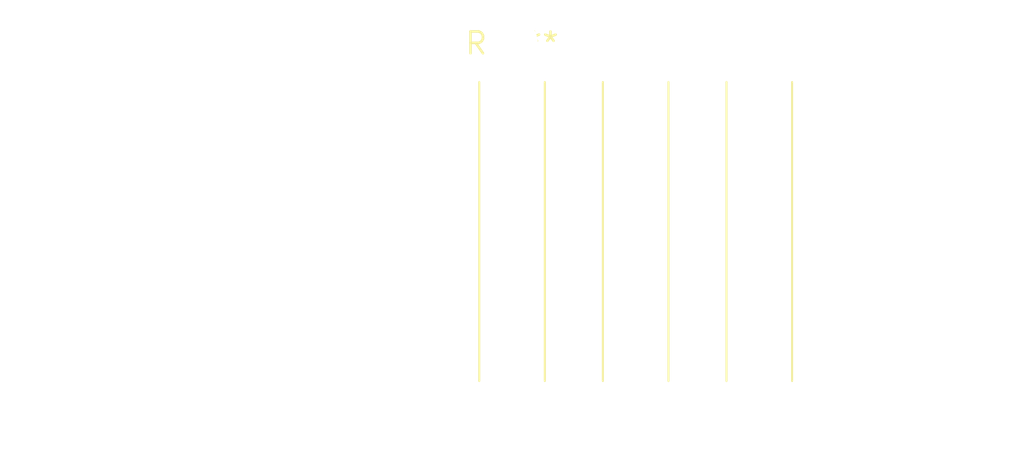
<source format=kicad_pcb>
(kicad_pcb (version 20240108) (generator pcbnew)
  (layers (0 "F.Cu" signal) (31 "B.Cu" signal) (34 "B.Paste" user) (35 "F.Paste" user) (36 "B.SilkS" user "B.Silkscreen") (37 "F.SilkS" user "F.Silkscreen") (38 "B.Mask" user) (39 "F.Mask" user) (44 "Edge.Cuts" user))
  (net 0 "")
  (footprint "SolderWire-2.5sqmm_1x03_P7.2mm_D2.4mm_OD3.6mm_Relief" (layer "F.Cu") (at 0 0)
    (property "Reference" "REF**")
    (property "Value" "SolderWire-2.5sqmm_1x03_P7.2mm_D2.4mm_OD3.6mm_Relief")
    (fp_line (start -1.91 2.26) (end -1.91 19.69) (layer "F.SilkS") (stroke (width 0.12)))
    (fp_line (start 1.91 2.26) (end 1.91 19.69) (layer "F.SilkS") (stroke (width 0.12)))
    (fp_line (start 5.29 2.26) (end 5.29 19.69) (layer "F.SilkS") (stroke (width 0.12)))
    (fp_line (start 9.11 2.26) (end 9.11 19.69) (layer "F.SilkS") (stroke (width 0.12)))
    (fp_line (start 12.49 2.26) (end 12.49 19.69) (layer "F.SilkS") (stroke (width 0.12)))
    (fp_line (start 16.31 2.26) (end 16.31 19.69) (layer "F.SilkS") (stroke (width 0.12)))
    (pad "" np_thru_hole circle (at 0 21.6) (size 4.1 4.1) (drill 4.1) (layers *.Cu *.Mask))
    (pad "" np_thru_hole circle (at 7.2 21.6) (size 4.1 4.1) (drill 4.1) (layers *.Cu *.Mask))
    (pad "" np_thru_hole circle (at 14.4 21.6) (size 4.1 4.1) (drill 4.1) (layers *.Cu *.Mask))
    (pad "1" thru_hole roundrect (at 0 0) (size 4 4) (drill 3) (layers *.Cu *.Mask) (remove_unused_layers) (roundrect_rratio 0.0625))
    (pad "2" thru_hole circle (at 7.2 0) (size 4 4) (drill 3) (layers *.Cu *.Mask) (remove_unused_layers))
    (pad "3" thru_hole circle (at 14.4 0) (size 4 4) (drill 3) (layers *.Cu *.Mask) (remove_unused_layers))
  )
)
</source>
